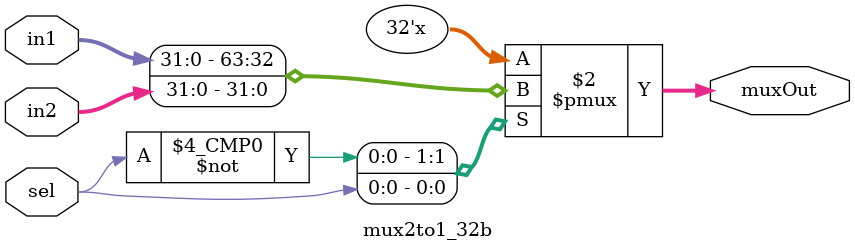
<source format=v>
module mux2to1_32b(input [31:0] in1, input [31:0] in2, input sel, output reg [31:0] muxOut);  
  always@(in1 or in2 or sel)
    case (sel)
      1'b0: muxOut=in1;
      1'b1: muxOut=in2;
    endcase 
endmodule
</source>
